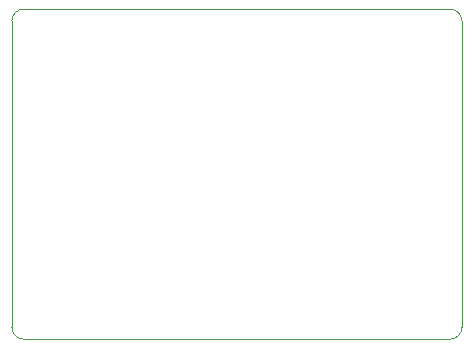
<source format=gko>
G04*
G04 #@! TF.GenerationSoftware,Altium Limited,Altium Designer,18.0.11 (651)*
G04*
G04 Layer_Color=16711935*
%FSLAX25Y25*%
%MOIN*%
G70*
G01*
G75*
%ADD51C,0.00400*%
D51*
X5000Y1063D02*
G03*
X1063Y5000I-3937J0D01*
G01*
Y-105000D02*
G03*
X5000Y-101063I0J3937D01*
G01*
X-145000D02*
G03*
X-141063Y-105000I3937J0D01*
G01*
Y5000D02*
G03*
X-145000Y1063I0J-3937D01*
G01*
X-141063Y5000D02*
X1063D01*
X-145000Y1063D02*
X-145000Y-101063D01*
X-141063Y-105000D02*
X1063D01*
X5000Y-101063D02*
X5000Y1063D01*
M02*

</source>
